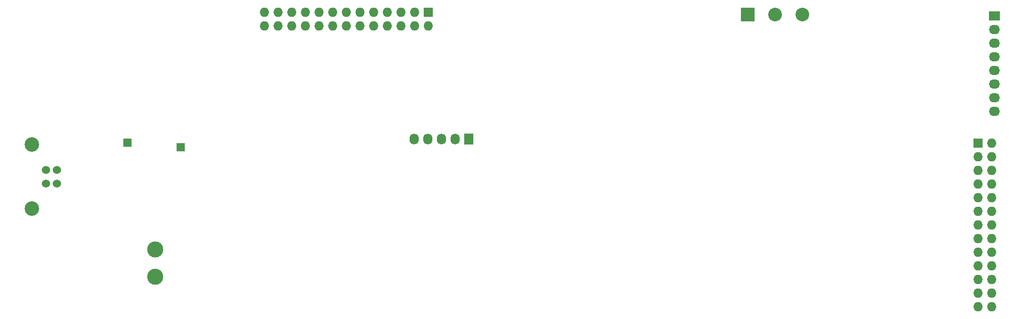
<source format=gbs>
%FSLAX34Y34*%
G04 Gerber Fmt 3.4, Leading zero omitted, Abs format*
G04 (created by PCBNEW (2014-03-29 BZR 4777)-product) date Mo 31 Mär 2014 21:29:10 CEST*
%MOIN*%
G01*
G70*
G90*
G04 APERTURE LIST*
%ADD10C,0.005906*%
%ADD11C,0.060000*%
%ADD12C,0.106300*%
%ADD13R,0.068000X0.080000*%
%ADD14O,0.068000X0.080000*%
%ADD15R,0.080000X0.068000*%
%ADD16O,0.080000X0.068000*%
%ADD17R,0.100000X0.100000*%
%ADD18C,0.100000*%
%ADD19C,0.118100*%
%ADD20R,0.068000X0.068000*%
%ADD21O,0.068000X0.068000*%
%ADD22R,0.059055X0.059055*%
G04 APERTURE END LIST*
G54D10*
G54D11*
X23550Y-39250D03*
X23550Y-38250D03*
X22763Y-38250D03*
X22763Y-39250D03*
G54D12*
X21700Y-41112D03*
X21700Y-36388D03*
G54D13*
X53700Y-36000D03*
G54D14*
X52700Y-36000D03*
X51700Y-36000D03*
X50700Y-36000D03*
X49700Y-36000D03*
G54D15*
X92200Y-26950D03*
G54D16*
X92200Y-27950D03*
X92200Y-28950D03*
X92200Y-29950D03*
X92200Y-30950D03*
X92200Y-31950D03*
X92200Y-32950D03*
X92200Y-33950D03*
G54D17*
X74150Y-26860D03*
G54D18*
X76150Y-26860D03*
X78150Y-26860D03*
G54D19*
X30750Y-46100D03*
X30750Y-44100D03*
G54D20*
X50750Y-26710D03*
G54D21*
X49750Y-26710D03*
X48750Y-26710D03*
X47750Y-26710D03*
X46750Y-26710D03*
X45750Y-26710D03*
X44750Y-26710D03*
X43750Y-26710D03*
X42750Y-26710D03*
X41750Y-26710D03*
X40750Y-26710D03*
X39750Y-26710D03*
X38750Y-26710D03*
X38750Y-27710D03*
X39750Y-27710D03*
X40750Y-27710D03*
X41750Y-27710D03*
X42750Y-27710D03*
X43750Y-27710D03*
X44750Y-27710D03*
X45750Y-27710D03*
X46750Y-27710D03*
X47750Y-27710D03*
X48750Y-27710D03*
X49750Y-27710D03*
X50750Y-27710D03*
G54D20*
X91000Y-36300D03*
G54D21*
X91000Y-37300D03*
X91000Y-38300D03*
X91000Y-39300D03*
X91000Y-40300D03*
X91000Y-41300D03*
X91000Y-42300D03*
X91000Y-43300D03*
X91000Y-44300D03*
X91000Y-45300D03*
X91000Y-46300D03*
X91000Y-47300D03*
X91000Y-48300D03*
X92000Y-48300D03*
X92000Y-47300D03*
X92000Y-46300D03*
X92000Y-45300D03*
X92000Y-44300D03*
X92000Y-43300D03*
X92000Y-42300D03*
X92000Y-41300D03*
X92000Y-40300D03*
X92000Y-39300D03*
X92000Y-38300D03*
X92000Y-37300D03*
X92000Y-36300D03*
G54D22*
X32600Y-36610D03*
X28700Y-36260D03*
M02*

</source>
